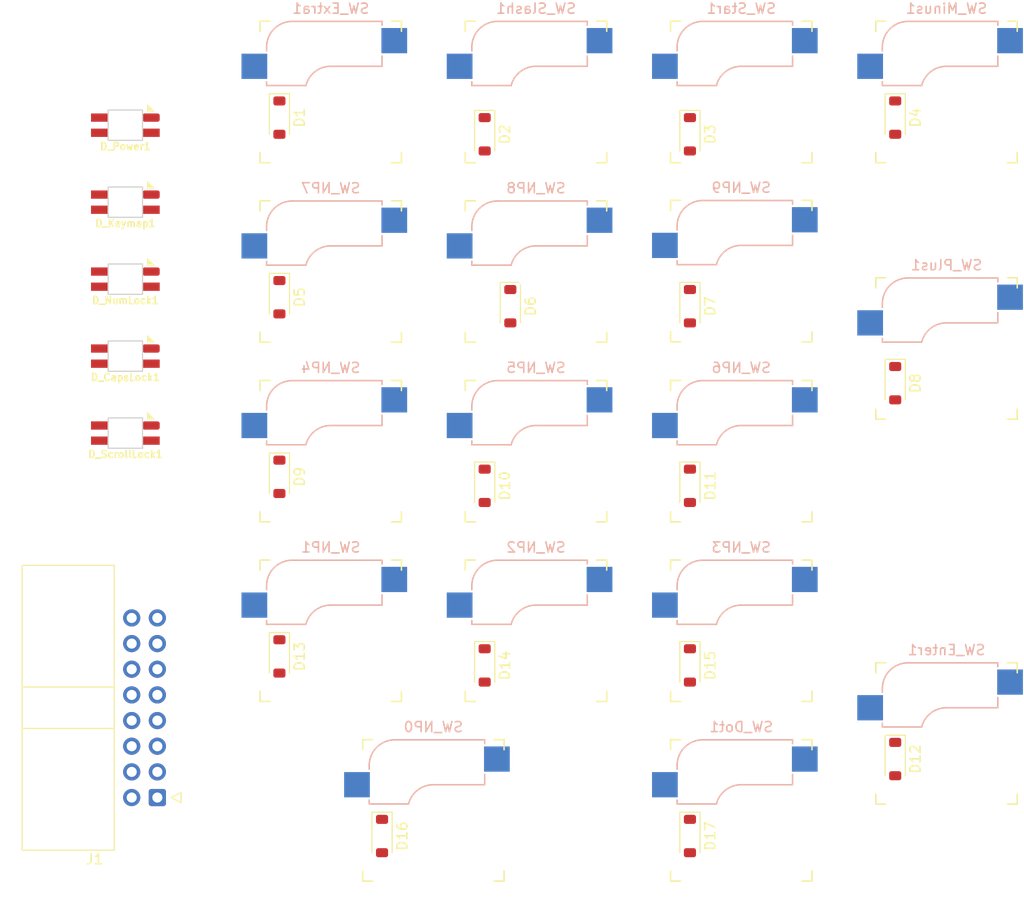
<source format=kicad_pcb>
(kicad_pcb (version 20221018) (generator pcbnew)
  (layers (0 "F.Cu" signal) (31 "B.Cu" signal) (34 "B.Paste" user) (35 "F.Paste" user) (36 "B.SilkS" user "B.Silkscreen") (37 "F.SilkS" user "F.Silkscreen") (38 "B.Mask" user) (39 "F.Mask" user) (44 "Edge.Cuts" user))
  (net 0 "")
  (net 1 "Net-(D1-K)")
  (net 2 "/C8")
  (net 3 "Net-(D3-K)")
  (net 4 "Net-(D4-K)")
  (net 5 "/C9")
  (net 6 "Net-(D5-K)")
  (net 7 "Net-(D6-K)")
  (net 8 "Net-(D7-K)")
  (net 9 "Net-(D8-K)")
  (net 10 "Net-(D9-K)")
  (net 11 "Net-(D10-K)")
  (net 12 "Net-(D11-K)")
  (net 13 "Net-(D12-K)")
  (net 14 "Net-(D13-K)")
  (net 15 "Net-(D14-K)")
  (net 16 "Net-(D15-K)")
  (net 17 "Net-(D16-K)")
  (net 18 "Net-(D17-K)")
  (net 19 "+5V")
  (net 20 "Net-(D_CapsLock1-DOUT)")
  (net 21 "GND")
  (net 22 "Net-(D_CapsLock1-DIN)")
  (net 23 "Net-(D_Keymap1-DOUT)")
  (net 24 "Net-(D_Keymap1-DIN)")
  (net 26 "/LED_Data")
  (net 27 "/R0")
  (net 28 "/R1")
  (net 29 "/R2")
  (net 30 "/R3")
  (net 31 "/R4")
  (net 32 "/R5")
  (net 33 "/R6")
  (net 34 "/R7")
  (net 35 "/R8")
  (net 38 "Net-(D2-K)")
  (footprint "Connector_IDC:IDC-Header_2x08_P2.54mm_Horizontal" (layer "F.Cu") (at 74.2775 110.49 180)
    (fp_text reference "J1" (at 6.215 -6.1) (layer "F.SilkS"))
    (fp_text value "Conn_02x08_Top_Bottom")
    (pad "1" thru_hole roundrect (at 0 0 180) (size 1.7 1.7) (drill 1) (layers "*.Cu" "*.Mask") (roundrect_rratio 0.147059) (net 21 "GND"))
    (pad "2" thru_hole circle (at 2.54 0 180) (size 1.7 1.7) (drill 1) (layers "*.Cu" "*.Mask") (net 27 "/R0"))
    (pad "3" thru_hole circle (at 0 2.54 180) (size 1.7 1.7) (drill 1) (layers "*.Cu" "*.Mask") (net 28 "/R1"))
    (pad "4" thru_hole circle (at 2.54 2.54 180) (size 1.7 1.7) (drill 1) (layers "*.Cu" "*.Mask") (net 29 "/R2"))
    (pad "5" thru_hole circle (at 0 5.08 180) (size 1.7 1.7) (drill 1) (layers "*.Cu" "*.Mask") (net 30 "/R3"))
    (pad "6" thru_hole circle (at 2.54 5.08 180) (size 1.7 1.7) (drill 1) (layers "*.Cu" "*.Mask") (net 31 "/R4"))
    (pad "7" thru_hole circle (at 0 7.62 180) (size 1.7 1.7) (drill 1) (layers "*.Cu" "*.Mask") (net 32 "/R5"))
    (pad "8" thru_hole circle (at 2.54 7.62 180) (size 1.7 1.7) (drill 1) (layers "*.Cu" "*.Mask") (net 33 "/R6"))
    (pad "9" thru_hole circle (at 0 10.16 180) (size 1.7 1.7) (drill 1) (layers "*.Cu" "*.Mask") (net 19 "+5V"))
    (pad "10" thru_hole circle (at 2.54 10.16 180) (size 1.7 1.7) (drill 1) (layers "*.Cu" "*.Mask") (net 34 "/R7"))
    (pad "11" thru_hole circle (at 0 12.7 180) (size 1.7 1.7) (drill 1) (layers "*.Cu" "*.Mask") (net 35 "/R8"))
    (pad "12" thru_hole circle (at 2.54 12.7 180) (size 1.7 1.7) (drill 1) (layers "*.Cu" "*.Mask") (net 26 "/LED_Data"))
    (pad "13" thru_hole circle (at 0 15.24 180) (size 1.7 1.7) (drill 1) (layers "*.Cu" "*.Mask"))
    (pad "14" thru_hole circle (at 2.54 15.24 180) (size 1.7 1.7) (drill 1) (layers "*.Cu" "*.Mask"))
    (pad "15" thru_hole circle (at 0 17.78 180) (size 1.7 1.7) (drill 1) (layers "*.Cu" "*.Mask") (net 2 "/C8"))
    (pad "16" thru_hole circle (at 2.54 17.78 180) (size 1.7 1.7) (drill 1) (layers "*.Cu" "*.Mask") (net 5 "/C9"))
  )
  (footprint "Diode_SMD:D_SOD-123" (layer "F.Cu") (at 106.68 79.63 -90)
    (fp_text reference "D10" (at 0 -2 90) (layer "F.SilkS"))
    (fp_text value "1N4148W")
    (pad "1" smd roundrect (at -1.65 0 270) (size 0.9 1.2) (layers "F.Cu" "F.Paste" "F.Mask") (net 11 "Net-(D10-K)"))
    (pad "2" smd roundrect (at 1.65 0 270) (size 0.9 1.2) (layers "F.Cu" "F.Paste" "F.Mask") (net 2 "/C8"))
  )
  (footprint "mantyl:Kailh_socket_MX_platemount" (layer "F.Cu") (at 111.76 93.98)
    (fp_text reference "SW_NP2" (at 0 -8.255) (layer "B.SilkS") (effects (justify mirror)))
    (fp_text value "~")
    (pad "" np_thru_hole circle (at -3.81 -2.54) (size 3 3) (drill 3) (layers "*.Cu" "*.Mask"))
    (pad "" np_thru_hole circle (at 0 0) (size 3.9878 3.9878) (drill 3.9878) (layers "*.Cu" "*.Mask"))
    (pad "" np_thru_hole circle (at 2.54 -5.08) (size 3 3) (drill 3) (layers "*.Cu" "*.Mask"))
    (pad "1" smd rect (at -7.56 -2.54) (size 2.55 2.5) (layers "B.Cu" "B.Paste" "B.Mask") (net 15 "Net-(D14-K)"))
    (pad "2" smd rect (at 6.29 -5.08) (size 2.55 2.5) (layers "B.Cu" "B.Paste" "B.Mask") (net 29 "/R2"))
  )
  (footprint "Diode_SMD:D_SOD-123" (layer "F.Cu") (at 147.32 43.18 -90)
    (fp_text reference "D4" (at 0 -2 90) (layer "F.SilkS"))
    (fp_text value "1N4148W")
    (pad "1" smd roundrect (at -1.65 0 270) (size 0.9 1.2) (layers "F.Cu" "F.Paste" "F.Mask") (net 4 "Net-(D4-K)"))
    (pad "2" smd roundrect (at 1.65 0 270) (size 0.9 1.2) (layers "F.Cu" "F.Paste" "F.Mask") (net 5 "/C9"))
  )
  (footprint "Diode_SMD:D_SOD-123" (layer "F.Cu") (at 109.22 61.85 -90)
    (fp_text reference "D6" (at 0 -2 90) (layer "F.SilkS"))
    (fp_text value "1N4148W")
    (pad "1" smd roundrect (at -1.65 0 270) (size 0.9 1.2) (layers "F.Cu" "F.Paste" "F.Mask") (net 7 "Net-(D6-K)"))
    (pad "2" smd roundrect (at 1.65 0 270) (size 0.9 1.2) (layers "F.Cu" "F.Paste" "F.Mask") (net 2 "/C8"))
  )
  (footprint "Diode_SMD:D_SOD-123" (layer "F.Cu") (at 96.52 114.3 -90)
    (fp_text reference "D16" (at 0 -2 90) (layer "F.SilkS"))
    (fp_text value "1N4148W")
    (pad "1" smd roundrect (at -1.65 0 270) (size 0.9 1.2) (layers "F.Cu" "F.Paste" "F.Mask") (net 17 "Net-(D16-K)"))
    (pad "2" smd roundrect (at 1.65 0 270) (size 0.9 1.2) (layers "F.Cu" "F.Paste" "F.Mask") (net 2 "/C8"))
  )
  (footprint "Diode_SMD:D_SOD-123" (layer "F.Cu") (at 147.32 69.47 -90)
    (fp_text reference "D8" (at 0 -2 90) (layer "F.SilkS"))
    (fp_text value "1N4148W")
    (pad "1" smd roundrect (at -1.65 0 270) (size 0.9 1.2) (layers "F.Cu" "F.Paste" "F.Mask") (net 9 "Net-(D8-K)"))
    (pad "2" smd roundrect (at 1.65 0 270) (size 0.9 1.2) (layers "F.Cu" "F.Paste" "F.Mask") (net 5 "/C9"))
  )
  (footprint "mantyl:Kailh_socket_MX_platemount" (layer "F.Cu") (at 111.76 40.64)
    (fp_text reference "SW_Slash1" (at 0 -8.255) (layer "B.SilkS") (effects (justify mirror)))
    (fp_text value "~")
    (pad "" np_thru_hole circle (at -3.81 -2.54) (size 3 3) (drill 3) (layers "*.Cu" "*.Mask"))
    (pad "" np_thru_hole circle (at 0 0) (size 3.9878 3.9878) (drill 3.9878) (layers "*.Cu" "*.Mask"))
    (pad "" np_thru_hole circle (at 2.54 -5.08) (size 3 3) (drill 3) (layers "*.Cu" "*.Mask"))
    (pad "1" smd rect (at -7.56 -2.54) (size 2.55 2.5) (layers "B.Cu" "B.Paste" "B.Mask") (net 38 "Net-(D2-K)"))
    (pad "2" smd rect (at 6.29 -5.08) (size 2.55 2.5) (layers "B.Cu" "B.Paste" "B.Mask") (net 35 "/R8"))
  )
  (footprint "Diode_SMD:D_SOD-123" (layer "F.Cu") (at 86.36 60.96 -90)
    (fp_text reference "D5" (at 0 -2 90) (layer "F.SilkS"))
    (fp_text value "1N4148W")
    (pad "1" smd roundrect (at -1.65 0 270) (size 0.9 1.2) (layers "F.Cu" "F.Paste" "F.Mask") (net 6 "Net-(D5-K)"))
    (pad "2" smd roundrect (at 1.65 0 270) (size 0.9 1.2) (layers "F.Cu" "F.Paste" "F.Mask") (net 2 "/C8"))
  )
  (footprint "mantyl:Kailh_socket_MX_platemount" (layer "F.Cu") (at 132.08 93.98)
    (fp_text reference "SW_NP3" (at 0 -8.255) (layer "B.SilkS") (effects (justify mirror)))
    (fp_text value "~")
    (pad "" np_thru_hole circle (at -3.81 -2.54) (size 3 3) (drill 3) (layers "*.Cu" "*.Mask"))
    (pad "" np_thru_hole circle (at 0 0) (size 3.9878 3.9878) (drill 3.9878) (layers "*.Cu" "*.Mask"))
    (pad "" np_thru_hole circle (at 2.54 -5.08) (size 3 3) (drill 3) (layers "*.Cu" "*.Mask"))
    (pad "1" smd rect (at -7.56 -2.54) (size 2.55 2.5) (layers "B.Cu" "B.Paste" "B.Mask") (net 16 "Net-(D15-K)"))
    (pad "2" smd rect (at 6.29 -5.08) (size 2.55 2.5) (layers "B.Cu" "B.Paste" "B.Mask") (net 28 "/R1"))
  )
  (footprint "mantyl:Kailh_socket_MX_platemount" (layer "F.Cu") (at 111.76 76.2)
    (fp_text reference "SW_NP5" (at 0 -8.255) (layer "B.SilkS") (effects (justify mirror)))
    (fp_text value "~")
    (pad "" np_thru_hole circle (at -3.81 -2.54) (size 3 3) (drill 3) (layers "*.Cu" "*.Mask"))
    (pad "" np_thru_hole circle (at 0 0) (size 3.9878 3.9878) (drill 3.9878) (layers "*.Cu" "*.Mask"))
    (pad "" np_thru_hole circle (at 2.54 -5.08) (size 3 3) (drill 3) (layers "*.Cu" "*.Mask"))
    (pad "1" smd rect (at -7.56 -2.54) (size 2.55 2.5) (layers "B.Cu" "B.Paste" "B.Mask") (net 11 "Net-(D10-K)"))
    (pad "2" smd rect (at 6.29 -5.08) (size 2.55 2.5) (layers "B.Cu" "B.Paste" "B.Mask") (net 31 "/R4"))
  )
  (footprint "mantyl:Kailh_socket_MX_platemount" (layer "F.Cu") (at 132.08 111.76)
    (fp_text reference "SW_Dot1" (at 0 -8.255) (layer "B.SilkS") (effects (justify mirror)))
    (fp_text value "~")
    (pad "" np_thru_hole circle (at -3.81 -2.54) (size 3 3) (drill 3) (layers "*.Cu" "*.Mask"))
    (pad "" np_thru_hole circle (at 0 0) (size 3.9878 3.9878) (drill 3.9878) (layers "*.Cu" "*.Mask"))
    (pad "" np_thru_hole circle (at 2.54 -5.08) (size 3 3) (drill 3) (layers "*.Cu" "*.Mask"))
    (pad "1" smd rect (at -7.56 -2.54) (size 2.55 2.5) (layers "B.Cu" "B.Paste" "B.Mask") (net 18 "Net-(D17-K)"))
    (pad "2" smd rect (at 6.29 -5.08) (size 2.55 2.5) (layers "B.Cu" "B.Paste" "B.Mask") (net 27 "/R0"))
  )
  (footprint "mantyl:Kailh_socket_MX_platemount" (layer "F.Cu") (at 91.44 76.2)
    (fp_text reference "SW_NP4" (at 0 -8.255) (layer "B.SilkS") (effects (justify mirror)))
    (fp_text value "~")
    (pad "" np_thru_hole circle (at -3.81 -2.54) (size 3 3) (drill 3) (layers "*.Cu" "*.Mask"))
    (pad "" np_thru_hole circle (at 0 0) (size 3.9878 3.9878) (drill 3.9878) (layers "*.Cu" "*.Mask"))
    (pad "" np_thru_hole circle (at 2.54 -5.08) (size 3 3) (drill 3) (layers "*.Cu" "*.Mask"))
    (pad "1" smd rect (at -7.56 -2.54) (size 2.55 2.5) (layers "B.Cu" "B.Paste" "B.Mask") (net 10 "Net-(D9-K)"))
    (pad "2" smd rect (at 6.29 -5.08) (size 2.55 2.5) (layers "B.Cu" "B.Paste" "B.Mask") (net 30 "/R3"))
  )
  (footprint "Diode_SMD:D_SOD-123" (layer "F.Cu") (at 127 79.63 -90)
    (fp_text reference "D11" (at 0 -2 90) (layer "F.SilkS"))
    (fp_text value "1N4148W")
    (pad "1" smd roundrect (at -1.65 0 270) (size 0.9 1.2) (layers "F.Cu" "F.Paste" "F.Mask") (net 12 "Net-(D11-K)"))
    (pad "2" smd roundrect (at 1.65 0 270) (size 0.9 1.2) (layers "F.Cu" "F.Paste" "F.Mask") (net 5 "/C9"))
  )
  (footprint "Diode_SMD:D_SOD-123" (layer "F.Cu") (at 106.68 44.83 -90)
    (fp_text reference "D2" (at 0 -2 90) (layer "F.SilkS"))
    (fp_text value "1N4148W")
    (pad "1" smd roundrect (at -1.65 0 270) (size 0.9 1.2) (layers "F.Cu" "F.Paste" "F.Mask") (net 38 "Net-(D2-K)"))
    (pad "2" smd roundrect (at 1.65 0 270) (size 0.9 1.2) (layers "F.Cu" "F.Paste" "F.Mask") (net 2 "/C8"))
  )
  (footprint "mantyl:Kailh_socket_MX_platemount" (layer "F.Cu") (at 132.08 40.64)
    (fp_text reference "SW_Star1" (at 0 -8.255) (layer "B.SilkS") (effects (justify mirror)))
    (fp_text value "~")
    (pad "" np_thru_hole circle (at -3.81 -2.54) (size 3 3) (drill 3) (layers "*.Cu" "*.Mask"))
    (pad "" np_thru_hole circle (at 0 0) (size 3.9878 3.9878) (drill 3.9878) (layers "*.Cu" "*.Mask"))
    (pad "" np_thru_hole circle (at 2.54 -5.08) (size 3 3) (drill 3) (layers "*.Cu" "*.Mask"))
    (pad "1" smd rect (at -7.56 -2.54) (size 2.55 2.5) (layers "B.Cu" "B.Paste" "B.Mask") (net 3 "Net-(D3-K)"))
    (pad "2" smd rect (at 6.29 -5.08) (size 2.55 2.5) (layers "B.Cu" "B.Paste" "B.Mask") (net 34 "/R7"))
  )
  (footprint "mantyl:SK6812-MINI-E" (layer "F.Cu") (at 71.11 66.79)
    (fp_text reference "D_CapsLock1" (at 0 2.1 unlocked) (layer "F.SilkS") (effects (font (size 0.7 0.7))))
    (fp_text value "SK6812 Mini-E" hide)
    (fp_line (start -1.7 -1.5) (end 1.7 -1.5) (stroke (width 0.12)) (layer "Edge.Cuts"))
    (fp_line (start -1.7 1.5) (end -1.7 -1.5) (stroke (width 0.12)) (layer "Edge.Cuts"))
    (fp_line (start 1.7 -1.5) (end 1.7 1.5) (stroke (width 0.12)) (layer "Edge.Cuts"))
    (fp_line (start 1.7 1.5) (end -1.7 1.5) (stroke (width 0.12)) (layer "Edge.Cuts"))
    (pad "1" smd rect (at -2.55 0.75) (size 1.7 0.82) (layers "F.Cu" "F.Paste" "F.Mask") (net 19 "+5V"))
    (pad "2" smd rect (at -2.55 -0.75) (size 1.7 0.82) (layers "F.Cu" "F.Paste" "F.Mask") (net 20 "Net-(D_CapsLock1-DOUT)"))
    (pad "3" smd roundrect (at 2.55 -0.75) (size 1.7 0.82) (layers "F.Cu" "F.Paste" "F.Mask") (net 21 "GND"))
    (pad "4" smd rect (at 2.55 0.75) (size 1.7 0.82) (layers "F.Cu" "F.Paste" "F.Mask") (net 22 "Net-(D_CapsLock1-DIN)"))
  )
  (footprint "Diode_SMD:D_SOD-123" (layer "F.Cu") (at 86.36 78.74 -90)
    (fp_text reference "D9" (at 0 -2 90) (layer "F.SilkS"))
    (fp_text value "1N4148W")
    (pad "1" smd roundrect (at -1.65 0 270) (size 0.9 1.2) (layers "F.Cu" "F.Paste" "F.Mask") (net 10 "Net-(D9-K)"))
    (pad "2" smd roundrect (at 1.65 0 270) (size 0.9 1.2) (layers "F.Cu" "F.Paste" "F.Mask") (net 2 "/C8"))
  )
  (footprint "mantyl:Kailh_socket_MX_platemount" (layer "F.Cu") (at 91.44 40.64)
    (fp_text reference "SW_Extra1" (at 0 -8.255) (layer "B.SilkS") (effects (justify mirror)))
    (fp_text value "~")
    (pad "" np_thru_hole circle (at -3.81 -2.54) (size 3 3) (drill 3) (layers "*.Cu" "*.Mask"))
    (pad "" np_thru_hole circle (at 0 0) (size 3.9878 3.9878) (drill 3.9878) (layers "*.Cu" "*.Mask"))
    (pad "" np_thru_hole circle (at 2.54 -5.08) (size 3 3) (drill 3) (layers "*.Cu" "*.Mask"))
    (pad "1" smd rect (at -7.56 -2.54) (size 2.55 2.5) (layers "B.Cu" "B.Paste" "B.Mask") (net 1 "Net-(D1-K)"))
    (pad "2" smd rect (at 6.29 -5.08) (size 2.55 2.5) (layers "B.Cu" "B.Paste" "B.Mask") (net 34 "/R7"))
  )
  (footprint "Diode_SMD:D_SOD-123" (layer "F.Cu") (at 127 114.3 -90)
    (fp_text reference "D17" (at 0 -2 90) (layer "F.SilkS"))
    (fp_text value "1N4148W")
    (pad "1" smd roundrect (at -1.65 0 270) (size 0.9 1.2) (layers "F.Cu" "F.Paste" "F.Mask") (net 18 "Net-(D17-K)"))
    (pad "2" smd roundrect (at 1.65 0 270) (size 0.9 1.2) (layers "F.Cu" "F.Paste" "F.Mask") (net 5 "/C9"))
  )
  (footprint "mantyl:Kailh_socket_MX_platemount" (layer "F.Cu") (at 152.4 40.64)
    (fp_text reference "SW_Minus1" (at 0 -8.255) (layer "B.SilkS") (effects (justify mirror)))
    (fp_text value "~")
    (pad "" np_thru_hole circle (at -3.81 -2.54) (size 3 3) (drill 3) (layers "*.Cu" "*.Mask"))
    (pad "" np_thru_hole circle (at 0 0) (size 3.9878 3.9878) (drill 3.9878) (layers "*.Cu" "*.Mask"))
    (pad "" np_thru_hole circle (at 2.54 -5.08) (size 3 3) (drill 3) (layers "*.Cu" "*.Mask"))
    (pad "1" smd rect (at -7.56 -2.54) (size 2.55 2.5) (layers "B.Cu" "B.Paste" "B.Mask") (net 4 "Net-(D4-K)"))
    (pad "2" smd rect (at 6.29 -5.08) (size 2.55 2.5) (layers "B.Cu" "B.Paste" "B.Mask") (net 35 "/R8"))
  )
  (footprint "mantyl:Kailh_socket_MX_platemount" (layer "F.Cu") (at 111.76 58.42)
    (fp_text reference "SW_NP8" (at 0 -8.255) (layer "B.SilkS") (effects (justify mirror)))
    (fp_text value "~")
    (pad "" np_thru_hole circle (at -3.81 -2.54) (size 3 3) (drill 3) (layers "*.Cu" "*.Mask"))
    (pad "" np_thru_hole circle (at 0 0) (size 3.9878 3.9878) (drill 3.9878) (layers "*.Cu" "*.Mask"))
    (pad "" np_thru_hole circle (at 2.54 -5.08) (size 3 3) (drill 3) (layers "*.Cu" "*.Mask"))
    (pad "1" smd rect (at -7.56 -2.54) (size 2.55 2.5) (layers "B.Cu" "B.Paste" "B.Mask") (net 7 "Net-(D6-K)"))
    (pad "2" smd rect (at 6.29 -5.08) (size 2.55 2.5) (layers "B.Cu" "B.Paste" "B.Mask") (net 33 "/R6"))
  )
  (footprint "Diode_SMD:D_SOD-123" (layer "F.Cu") (at 106.68 97.41 -90)
    (fp_text reference "D14" (at 0 -2 90) (layer "F.SilkS"))
    (fp_text value "1N4148W")
    (pad "1" smd roundrect (at -1.65 0 270) (size 0.9 1.2) (layers "F.Cu" "F.Paste" "F.Mask") (net 15 "Net-(D14-K)"))
    (pad "2" smd roundrect (at 1.65 0 270) (size 0.9 1.2) (layers "F.Cu" "F.Paste" "F.Mask") (net 2 "/C8"))
  )
  (footprint "mantyl:Kailh_socket_MX_platemount" (layer "F.Cu") (at 152.4 66.04)
    (fp_text reference "SW_Plus1" (at 0 -8.255) (layer "B.SilkS") (effects (justify mirror)))
    (fp_text value "~")
    (pad "" np_thru_hole circle (at -3.81 -2.54) (size 3 3) (drill 3) (layers "*.Cu" "*.Mask"))
    (pad "" np_thru_hole circle (at 0 0) (size 3.9878 3.9878) (drill 3.9878) (layers "*.Cu" "*.Mask"))
    (pad "" np_thru_hole circle (at 2.54 -5.08) (size 3 3) (drill 3) (layers "*.Cu" "*.Mask"))
    (pad "1" smd rect (at -7.56 -2.54) (size 2.55 2.5) (layers "B.Cu" "B.Paste" "B.Mask") (net 9 "Net-(D8-K)"))
    (pad "2" smd rect (at 6.29 -5.08) (size 2.55 2.5) (layers "B.Cu" "B.Paste" "B.Mask") (net 33 "/R6"))
  )
  (footprint "Diode_SMD:D_SOD-123" (layer "F.Cu") (at 127 44.83 -90)
    (fp_text reference "D3" (at 0 -2 90) (layer "F.SilkS"))
    (fp_text value "1N4148W")
    (pad "1" smd roundrect (at -1.65 0 270) (size 0.9 1.2) (layers "F.Cu" "F.Paste" "F.Mask") (net 3 "Net-(D3-K)"))
    (pad "2" smd roundrect (at 1.65 0 270) (size 0.9 1.2) (layers "F.Cu" "F.Paste" "F.Mask") (net 5 "/C9"))
  )
  (footprint "Diode_SMD:D_SOD-123" (layer "F.Cu") (at 127 61.85 -90)
    (fp_text reference "D7" (at 0 -2 90) (layer "F.SilkS"))
    (fp_text value "1N4148W")
    (pad "1" smd roundrect (at -1.65 0 270) (size 0.9 1.2) (layers "F.Cu" "F.Paste" "F.Mask") (net 8 "Net-(D7-K)"))
    (pad "2" smd roundrect (at 1.65 0 270) (size 0.9 1.2) (layers "F.Cu" "F.Paste" "F.Mask") (net 5 "/C9"))
  )
  (footprint "mantyl:Kailh_socket_MX_platemount" (layer "F.Cu") (at 132.08 76.2)
    (fp_text reference "SW_NP6" (at 0 -8.255) (layer "B.SilkS") (effects (justify mirror)))
    (fp_text value "~")
    (pad "" np_thru_hole circle (at -3.81 -2.54) (size 3 3) (drill 3) (layers "*.Cu" "*.Mask"))
    (pad "" np_thru_hole circle (at 0 0) (size 3.9878 3.9878) (drill 3.9878) (layers "*.Cu" "*.Mask"))
    (pad "" np_thru_hole circle (at 2.54 -5.08) (size 3 3) (drill 3) (layers "*.Cu" "*.Mask"))
    (pad "1" smd rect (at -7.56 -2.54) (size 2.55 2.5) (layers "B.Cu" "B.Paste" "B.Mask") (net 12 "Net-(D11-K)"))
    (pad "2" smd rect (at 6.29 -5.08) (size 2.55 2.5) (layers "B.Cu" "B.Paste" "B.Mask") (net 30 "/R3"))
  )
  (footprint "Diode_SMD:D_SOD-123" (layer "F.Cu") (at 86.36 43.18 -90)
    (fp_text reference "D1" (at 0 -2 90) (layer "F.SilkS"))
    (fp_text value "1N4148W")
    (pad "1" smd roundrect (at -1.65 0 270) (size 0.9 1.2) (layers "F.Cu" "F.Paste" "F.Mask") (net 1 "Net-(D1-K)"))
    (pad "2" smd roundrect (at 1.65 0 270) (size 0.9 1.2) (layers "F.Cu" "F.Paste" "F.Mask") (net 2 "/C8"))
  )
  (footprint "mantyl:Kailh_socket_MX_platemount" (layer "F.Cu") (at 152.4 104.14)
    (fp_text reference "SW_Enter1" (at 0 -8.255) (layer "B.SilkS") (effects (justify mirror)))
    (fp_text value "~")
    (pad "" np_thru_hole circle (at -3.81 -2.54) (size 3 3) (drill 3) (layers "*.Cu" "*.Mask"))
    (pad "" np_thru_hole circle (at 0 0) (size 3.9878 3.9878) (drill 3.9878) (layers "*.Cu" "*.Mask"))
    (pad "" np_thru_hole circle (at 2.54 -5.08) (size 3 3) (drill 3) (layers "*.Cu" "*.Mask"))
    (pad "1" smd rect (at -7.56 -2.54) (size 2.55 2.5) (layers "B.Cu" "B.Paste" "B.Mask") (net 13 "Net-(D12-K)"))
    (pad "2" smd rect (at 6.29 -5.08) (size 2.55 2.5) (layers "B.Cu" "B.Paste" "B.Mask") (net 29 "/R2"))
  )
  (footprint "mantyl:Kailh_socket_MX_platemount" (layer "F.Cu") (at 101.6 111.76)
    (fp_text reference "SW_NP0" (at 0 -8.255) (layer "B.SilkS") (effects (justify mirror)))
    (fp_text value "~")
    (pad "" np_thru_hole circle (at -3.81 -2.54) (size 3 3) (drill 3) (layers "*.Cu" "*.Mask"))
    (pad "" np_thru_hole circle (at 0 0) (size 3.9878 3.9878) (drill 3.9878) (layers "*.Cu" "*.Mask"))
    (pad "" np_thru_hole circle (at 2.54 -5.08) (size 3 3) (drill 3) (layers "*.Cu" "*.Mask"))
    (pad "1" smd rect (at -7.56 -2.54) (size 2.55 2.5) (layers "B.Cu" "B.Paste" "B.Mask") (net 17 "Net-(D16-K)"))
    (pad "2" smd rect (at 6.29 -5.08) (size 2.55 2.5) (layers "B.Cu" "B.Paste" "B.Mask") (net 27 "/R0"))
  )
  (footprint "Diode_SMD:D_SOD-123" (layer "F.Cu") (at 86.36 96.52 -90)
    (fp_text reference "D13" (at 0 -2 90) (layer "F.SilkS"))
    (fp_text value "1N4148W")
    (pad "1" smd roundrect (at -1.65 0 270) (size 0.9 1.2) (layers "F.Cu" "F.Paste" "F.Mask") (net 14 "Net-(D13-K)"))
    (pad "2" smd roundrect (at 1.65 0 270) (size 0.9 1.2) (layers "F.Cu" "F.Paste" "F.Mask") (net 2 "/C8"))
  )
  (footprint "mantyl:SK6812-MINI-E" (layer "F.Cu") (at 71.11 51.55)
    (fp_text reference "D_Keymap1" (at 0 2.1 unlocked) (layer "F.SilkS") (effects (font (size 0.7 0.7))))
    (fp_text value "SK6812 Mini-E" hide)
    (fp_line (start -1.7 -1.5) (end 1.7 -1.5) (stroke (width 0.12)) (layer "Edge.Cuts"))
    (fp_line (start -1.7 1.5) (end -1.7 -1.5) (stroke (width 0.12)) (layer "Edge.Cuts"))
    (fp_line (start 1.7 -1.5) (end 1.7 1.5) (stroke (width 0.12)) (layer "Edge.Cuts"))
    (fp_line (start 1.7 1.5) (end -1.7 1.5) (stroke (width 0.12)) (layer "Edge.Cuts"))
    (pad "1" smd rect (at -2.55 0.75) (size 1.7 0.82) (layers "F.Cu" "F.Paste" "F.Mask") (net 19 "+5V"))
    (pad "2" smd rect (at -2.55 -0.75) (size 1.7 0.82) (layers "F.Cu" "F.Paste" "F.Mask") (net 23 "Net-(D_Keymap1-DOUT)"))
    (pad "3" smd roundrect (at 2.55 -0.75) (size 1.7 0.82) (layers "F.Cu" "F.Paste" "F.Mask") (net 21 "GND"))
    (pad "4" smd rect (at 2.55 0.75) (size 1.7 0.82) (layers "F.Cu" "F.Paste" "F.Mask") (net 24 "Net-(D_Keymap1-DIN)"))
  )
  (footprint "mantyl:SK6812-MINI-E" (layer "F.Cu") (at 71.11 59.17)
    (fp_text reference "D_NumLock1" (at 0 2.1 unlocked) (layer "F.SilkS") (effects (font (size 0.7 0.7))))
    (fp_text value "SK6812 Mini-E" hide)
    (fp_line (start -1.7 -1.5) (end 1.7 -1.5) (stroke (width 0.12)) (layer "Edge.Cuts"))
    (fp_line (start -1.7 1.5) (end -1.7 -1.5) (stroke (width 0.12)) (layer "Edge.Cuts"))
    (fp_line (start 1.7 -1.5) (end 1.7 1.5) (stroke (width 0.12)) (layer "Edge.Cuts"))
    (fp_line (start 1.7 1.5) (end -1.7 1.5) (stroke (width 0.12)) (layer "Edge.Cuts"))
    (pad "1" smd rect (at -2.55 0.75) (size 1.7 0.82) (layers "F.Cu" "F.Paste" "F.Mask") (net 19 "+5V"))
    (pad "2" smd rect (at -2.55 -0.75) (size 1.7 0.82) (layers "F.Cu" "F.Paste" "F.Mask") (net 24 "Net-(D_Keymap1-DIN)"))
    (pad "3" smd roundrect (at 2.55 -0.75) (size 1.7 0.82) (layers "F.Cu" "F.Paste" "F.Mask") (net 21 "GND"))
    (pad "4" smd rect (at 2.55 0.75) (size 1.7 0.82) (layers "F.Cu" "F.Paste" "F.Mask") (net 20 "Net-(D_CapsLock1-DOUT)"))
  )
  (footprint "mantyl:SK6812-MINI-E" (layer "F.Cu") (at 71.11 74.41)
    (fp_text reference "D_ScrollLock1" (at 0 2.1 unlocked) (layer "F.SilkS") (effects (font (size 0.7 0.7))))
    (fp_text value "SK6812 Mini-E" hide)
    (fp_line (start -1.7 -1.5) (end 1.7 -1.5) (stroke (width 0.12)) (layer "Edge.Cuts"))
    (fp_line (start -1.7 1.5) (end -1.7 -1.5) (stroke (width 0.12)) (layer "Edge.Cuts"))
    (fp_line (start 1.7 -1.5) (end 1.7 1.5) (stroke (width 0.12)) (layer "Edge.Cuts"))
    (fp_line (start 1.7 1.5) (end -1.7 1.5) (stroke (width 0.12)) (layer "Edge.Cuts"))
    (pad "1" smd rect (at -2.55 0.75) (size 1.7 0.82) (layers "F.Cu" "F.Paste" "F.Mask") (net 19 "+5V"))
    (pad "2" smd rect (at -2.55 -0.75) (size 1.7 0.82) (layers "F.Cu" "F.Paste" "F.Mask") (net 22 "Net-(D_CapsLock1-DIN)"))
    (pad "3" smd roundrect (at 2.55 -0.75) (size 1.7 0.82) (layers "F.Cu" "F.Paste" "F.Mask") (net 21 "GND"))
    (pad "4" smd rect (at 2.55 0.75) (size 1.7 0.82) (layers "F.Cu" "F.Paste" "F.Mask") (net 26 "/LED_Data"))
  )
  (footprint "mantyl:Kailh_socket_MX_platemount" (layer "F.Cu") (at 91.44 93.98)
    (fp_text reference "SW_NP1" (at 0 -8.255) (layer "B.SilkS") (effects (justify mirror)))
    (fp_text value "~")
    (pad "" np_thru_hole circle (at -3.81 -2.54) (size 3 3) (drill 3) (layers "*.Cu" "*.Mask"))
    (pad "" np_thru_hole circle (at 0 0) (size 3.9878 3.9878) (drill 3.9878) (layers "*.Cu" "*.Mask"))
    (pad "" np_thru_hole circle (at 2.54 -5.08) (size 3 3) (drill 3) (layers "*.Cu" "*.Mask"))
    (pad "1" smd rect (at -7.56 -2.54) (size 2.55 2.5) (layers "B.Cu" "B.Paste" "B.Mask") (net 14 "Net-(D13-K)"))
    (pad "2" smd rect (at 6.29 -5.08) (size 2.55 2.5) (layers "B.Cu" "B.Paste" "B.Mask") (net 28 "/R1"))
  )
  (footprint "Diode_SMD:D_SOD-123" (layer "F.Cu") (at 147.32 106.68 -90)
    (fp_text reference "D12" (at 0 -2 90) (layer "F.SilkS"))
    (fp_text value "1N4148W")
    (pad "1" smd roundrect (at -1.65 0 270) (size 0.9 1.2) (layers "F.Cu" "F.Paste" "F.Mask") (net 13 "Net-(D12-K)"))
    (pad "2" smd roundrect (at 1.65 0 270) (size 0.9 1.2) (layers "F.Cu" "F.Paste" "F.Mask") (net 5 "/C9"))
  )
  (footprint "mantyl:Kailh_socket_MX_platemount" (layer "F.Cu") (at 91.44 58.42)
    (fp_text reference "SW_NP7" (at 0 -8.255) (layer "B.SilkS") (effects (justify mirror)))
    (fp_text value "~")
    (pad "" np_thru_hole circle (at -3.81 -2.54) (size 3 3) (drill 3) (layers "*.Cu" "*.Mask"))
    (pad "" np_thru_hole circle (at 0 0) (size 3.9878 3.9878) (drill 3.9878) (layers "*.Cu" "*.Mask"))
    (pad "" np_thru_hole circle (at 2.54 -5.08) (size 3 3) (drill 3) (layers "*.Cu" "*.Mask"))
    (pad "1" smd rect (at -7.56 -2.54) (size 2.55 2.5) (layers "B.Cu" "B.Paste" "B.Mask") (net 6 "Net-(D5-K)"))
    (pad "2" smd rect (at 6.29 -5.08) (size 2.55 2.5) (layers "B.Cu" "B.Paste" "B.Mask") (net 32 "/R5"))
  )
  (footprint "Diode_SMD:D_SOD-123" (layer "F.Cu") (at 127 97.41 -90)
    (fp_text reference "D15" (at 0 -2 90) (layer "F.SilkS"))
    (fp_text value "1N4148W")
    (pad "1" smd roundrect (at -1.65 0 270) (size 0.9 1.2) (layers "F.Cu" "F.Paste" "F.Mask") (net 16 "Net-(D15-K)"))
    (pad "2" smd roundrect (at 1.65 0 270) (size 0.9 1.2) (layers "F.Cu" "F.Paste" "F.Mask") (net 5 "/C9"))
  )
  (footprint "mantyl:Kailh_socket_MX_platemount" (layer "F.Cu") (at 132.08 58.37)
    (fp_text reference "SW_NP9" (at 0 -8.255) (layer "B.SilkS") (effects (justify mirror)))
    (fp_text value "~")
    (pad "" np_thru_hole circle (at -3.81 -2.54) (size 3 3) (drill 3) (layers "*.Cu" "*.Mask"))
    (pad "" np_thru_hole circle (at 0 0) (size 3.9878 3.9878) (drill 3.9878) (layers "*.Cu" "*.Mask"))
    (pad "" np_thru_hole circle (at 2.54 -5.08) (size 3 3) (drill 3) (layers "*.Cu" "*.Mask"))
    (pad "1" smd rect (at -7.56 -2.54) (size 2.55 2.5) (layers "B.Cu" "B.Paste" "B.Mask") (net 8 "Net-(D7-K)"))
    (pad "2" smd rect (at 6.29 -5.08) (size 2.55 2.5) (layers "B.Cu" "B.Paste" "B.Mask") (net 32 "/R5"))
  )
  (footprint "mantyl:SK6812-MINI-E" (layer "F.Cu") (at 71.11 43.93)
    (fp_text reference "D_Power1" (at 0 2.1 unlocked) (layer "F.SilkS") (effects (font (size 0.7 0.7))))
    (fp_text value "SK6812 Mini-E" hide)
    (fp_line (start -1.7 -1.5) (end 1.7 -1.5) (stroke (width 0.12)) (layer "Edge.Cuts"))
    (fp_line (start -1.7 1.5) (end -1.7 -1.5) (stroke (width 0.12)) (layer "Edge.Cuts"))
    (fp_line (start 1.7 -1.5) (end 1.7 1.5) (stroke (width 0.12)) (layer "Edge.Cuts"))
    (fp_line (start 1.7 1.5) (end -1.7 1.5) (stroke (width 0.12)) (layer "Edge.Cuts"))
    (pad "1" smd rect (at -2.55 0.75) (size 1.7 0.82) (layers "F.Cu" "F.Paste" "F.Mask") (net 19 "+5V"))
    (pad "2" smd rect (at -2.55 -0.75) (size 1.7 0.82) (layers "F.Cu" "F.Paste" "F.Mask"))
    (pad "3" smd roundrect (at 2.55 -0.75) (size 1.7 0.82) (layers "F.Cu" "F.Paste" "F.Mask") (net 21 "GND"))
    (pad "4" smd rect (at 2.55 0.75) (size 1.7 0.82) (layers "F.Cu" "F.Paste" "F.Mask") (net 23 "Net-(D_Keymap1-DOUT)"))
  )
)
</source>
